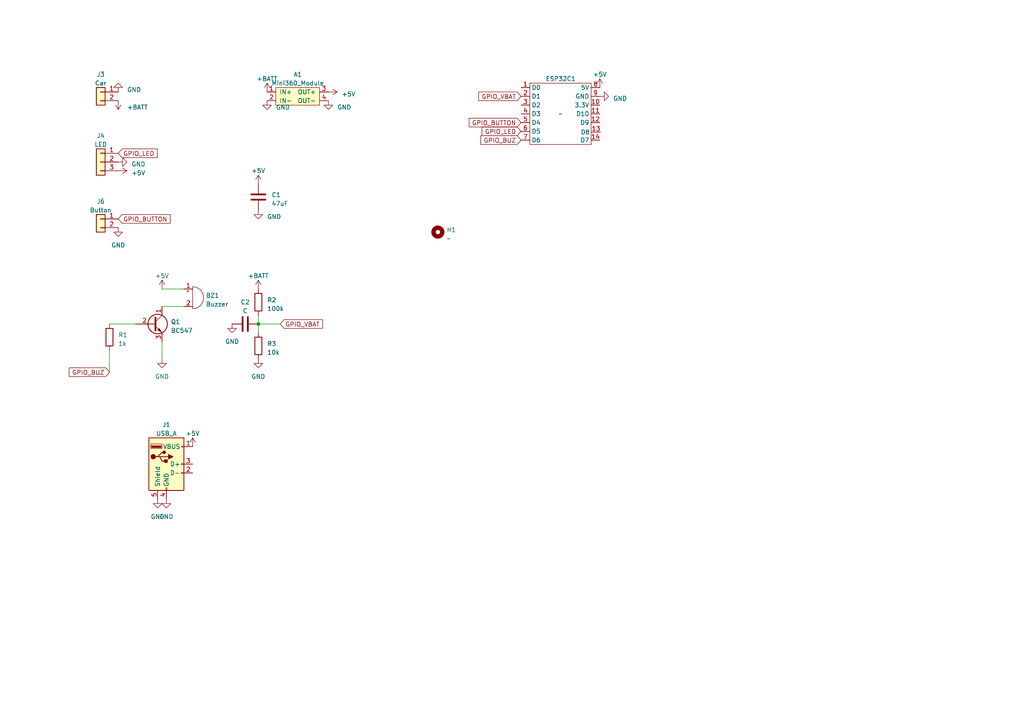
<source format=kicad_sch>
(kicad_sch (version 20230121) (generator eeschema)
  (paper "A4")
  (lib_symbols
    (symbol "Charleslabs_Parts:Mini360_Module" (pin_names (offset 1.016))
      (property "Reference" "A" (at -6.35 3.81 0))
      (property "Value" "Mini360_Module" (at 5.08 3.81 0))
      (symbol "Mini360_Module_0_1"
        (rectangle (start -6.35 2.54) (end 6.35 -2.54) (fill (type background)))
      )
      (symbol "Mini360_Module_1_1"
        (pin power_in line (at -8.89 1.27 0) (length 2.54) (name "IN+") (number "1"))
        (pin power_in line (at -8.89 -1.27 0) (length 2.54) (name "IN-") (number "2"))
        (pin power_out line (at 8.89 1.27 180) (length 2.54) (name "OUT+") (number "3"))
        (pin power_in line (at 8.89 -1.27 180) (length 2.54) (name "OUT-") (number "4"))
      )
    )
    (symbol "Connector:USB_A" (pin_names (offset 1.016))
      (property "Reference" "J" (at -5.08 11.43 0))
      (property "Value" "USB_A" (at -5.08 8.89 0))
      (symbol "USB_A_0_1"
        (rectangle (start -5.08 -7.62) (end 5.08 7.62) (stroke (width 0.254)) (fill (type background)))
        (circle (center -3.81 2.159) (radius 0.635) (stroke (width 0.254)) (fill (type outline)))
        (rectangle (start -1.524 4.826) (end -4.318 5.334) (fill (type outline)))
        (rectangle (start -1.27 4.572) (end -4.572 5.842))
        (circle (center -0.635 3.429) (radius 0.381) (stroke (width 0.254)) (fill (type outline)))
        (rectangle (start -0.127 -7.62) (end 0.127 -6.858))
        (polyline (pts (xy -3.175 2.159) (xy -2.54 2.159) (xy -1.27 3.429) (xy -0.635 3.429)) (stroke (width 0.254)))
        (polyline (pts (xy -2.54 2.159) (xy -1.905 2.159) (xy -1.27 0.889) (xy 0 0.889)) (stroke (width 0.254)))
        (polyline (pts (xy 0.635 2.794) (xy 0.635 1.524) (xy 1.905 2.159) (xy 0.635 2.794)) (stroke (width 0.254)) (fill (type outline)))
        (rectangle (start 0.254 1.27) (end -0.508 0.508) (stroke (width 0.254)) (fill (type outline)))
        (rectangle (start 5.08 -2.667) (end 4.318 -2.413))
        (rectangle (start 5.08 -0.127) (end 4.318 0.127))
        (rectangle (start 5.08 4.953) (end 4.318 5.207))
      )
      (symbol "USB_A_1_1"
        (polyline (pts (xy -1.905 2.159) (xy 0.635 2.159)) (stroke (width 0.254)))
        (pin power_in line (at 7.62 5.08 180) (length 2.54) (name "VBUS") (number "1"))
        (pin bidirectional line (at 7.62 -2.54 180) (length 2.54) (name "D-") (number "2"))
        (pin bidirectional line (at 7.62 0 180) (length 2.54) (name "D+") (number "3"))
        (pin power_in line (at 0 -10.16 90) (length 2.54) (name "GND") (number "4"))
        (pin passive line (at -2.54 -10.16 90) (length 2.54) (name "Shield") (number "5"))
      )
    )
    (symbol "Connector_Generic:Conn_01x02" (pin_names (offset 1.016) hide)
      (property "Reference" "J" (at 0 2.54 0))
      (property "Value" "Conn_01x02" (at 0 -5.08 0))
      (symbol "Conn_01x02_1_1"
        (rectangle (start -1.27 -2.413) (end 0 -2.667) (stroke (width 0.1524)))
        (rectangle (start -1.27 0.127) (end 0 -0.127) (stroke (width 0.1524)))
        (rectangle (start -1.27 1.27) (end 1.27 -3.81) (stroke (width 0.254)) (fill (type background)))
        (pin passive line (at -5.08 0 0) (length 3.81) (name "Pin_1") (number "1"))
        (pin passive line (at -5.08 -2.54 0) (length 3.81) (name "Pin_2") (number "2"))
      )
    )
    (symbol "Connector_Generic:Conn_01x03" (pin_names (offset 1.016) hide)
      (property "Reference" "J" (at 0 5.08 0))
      (property "Value" "Conn_01x03" (at 0 -5.08 0))
      (symbol "Conn_01x03_1_1"
        (rectangle (start -1.27 -2.413) (end 0 -2.667) (stroke (width 0.1524)))
        (rectangle (start -1.27 0.127) (end 0 -0.127) (stroke (width 0.1524)))
        (rectangle (start -1.27 2.667) (end 0 2.413) (stroke (width 0.1524)))
        (rectangle (start -1.27 3.81) (end 1.27 -3.81) (stroke (width 0.254)) (fill (type background)))
        (pin passive line (at -5.08 2.54 0) (length 3.81) (name "Pin_1") (number "1"))
        (pin passive line (at -5.08 0 0) (length 3.81) (name "Pin_2") (number "2"))
        (pin passive line (at -5.08 -2.54 0) (length 3.81) (name "Pin_3") (number "3"))
      )
    )
    (symbol "Device:Buzzer" (pin_names (offset 0.0254) hide)
      (property "Reference" "BZ" (at 3.81 1.27 0))
      (property "Value" "Buzzer" (at 3.81 -1.27 0))
      (symbol "Buzzer_0_1"
        (arc (start 0 -3.175) (mid 3.1612 0) (end 0 3.175))
        (polyline (pts (xy -1.651 1.905) (xy -1.143 1.905)))
        (polyline (pts (xy -1.397 2.159) (xy -1.397 1.651)))
        (polyline (pts (xy 0 3.175) (xy 0 -3.175)))
      )
      (symbol "Buzzer_1_1"
        (pin passive line (at -2.54 2.54 0) (length 2.54) (name "-") (number "1"))
        (pin passive line (at -2.54 -2.54 0) (length 2.54) (name "+") (number "2"))
      )
    )
    (symbol "Device:C" (pin_numbers hide) (pin_names (offset 0.254))
      (property "Reference" "C" (at 0.635 2.54 0))
      (property "Value" "C" (at 0.635 -2.54 0))
      (symbol "C_0_1"
        (polyline (pts (xy -2.032 -0.762) (xy 2.032 -0.762)) (stroke (width 0.508)))
        (polyline (pts (xy -2.032 0.762) (xy 2.032 0.762)) (stroke (width 0.508)))
      )
      (symbol "C_1_1"
        (pin passive line (at 0 3.81 270) (length 2.794) (name "~") (number "1"))
        (pin passive line (at 0 -3.81 90) (length 2.794) (name "~") (number "2"))
      )
    )
    (symbol "Device:R" (pin_numbers hide) (pin_names (offset 0))
      (property "Reference" "R" (at 2.032 0 90))
      (property "Value" "R" (at 0 0 90))
      (symbol "R_0_1"
        (rectangle (start -1.016 -2.54) (end 1.016 2.54) (stroke (width 0.254)))
      )
      (symbol "R_1_1"
        (pin passive line (at 0 3.81 270) (length 1.27) (name "~") (number "1"))
        (pin passive line (at 0 -3.81 90) (length 1.27) (name "~") (number "2"))
      )
    )
    (symbol "Mechanical:MountingHole" (pin_names (offset 1.016))
      (property "Reference" "H" (at 0 5.08 0))
      (property "Value" "MountingHole" (at 0 3.175 0))
      (symbol "MountingHole_0_1"
        (circle (center 0 0) (radius 1.27) (stroke (width 1.27)))
      )
    )
    (symbol "Transistor_BJT:BC547" (pin_names (offset 0) hide)
      (property "Reference" "Q" (at 5.08 1.905 0))
      (property "Value" "BC547" (at 5.08 0 0))
      (symbol "BC547_0_1"
        (polyline (pts (xy 0 0) (xy 0.635 0)))
        (polyline (pts (xy 0.635 0.635) (xy 2.54 2.54)))
        (polyline (pts (xy 0.635 -0.635) (xy 2.54 -2.54) (xy 2.54 -2.54)))
        (polyline (pts (xy 0.635 1.905) (xy 0.635 -1.905) (xy 0.635 -1.905)) (stroke (width 0.508)))
        (polyline (pts (xy 1.27 -1.778) (xy 1.778 -1.27) (xy 2.286 -2.286) (xy 1.27 -1.778) (xy 1.27 -1.778)) (fill (type outline)))
        (circle (center 1.27 0) (radius 2.8194) (stroke (width 0.254)))
      )
      (symbol "BC547_1_1"
        (pin passive line (at 2.54 5.08 270) (length 2.54) (name "C") (number "1"))
        (pin input line (at -5.08 0 0) (length 5.08) (name "B") (number "2"))
        (pin passive line (at 2.54 -5.08 90) (length 2.54) (name "E") (number "3"))
      )
    )
    (symbol "custom_library:XIAO_ESP32C3"
      (property "Reference" "ESP32C3" (at 0 0 0))
      (symbol "XIAO_ESP32C3_0_1"
        (rectangle (start -8.89 8.89) (end 8.89 -8.89))
      )
      (symbol "XIAO_ESP32C3_1_1"
        (pin bidirectional line (at -11.43 7.62 0) (length 2.54) (name "D0") (number "1"))
        (pin power_in line (at 11.43 2.54 180) (length 2.54) (name "3.3V") (number "10"))
        (pin bidirectional line (at 11.43 0 180) (length 2.54) (name "D10") (number "11"))
        (pin bidirectional line (at 11.43 -2.54 180) (length 2.54) (name "D9") (number "12"))
        (pin bidirectional line (at 11.5932 -5.2997 180) (length 2.54) (name "D8") (number "13"))
        (pin bidirectional line (at 11.43 -7.62 180) (length 2.54) (name "D7") (number "14"))
        (pin bidirectional line (at -11.43 5.08 0) (length 2.54) (name "D1") (number "2"))
        (pin bidirectional line (at -11.43 2.54 0) (length 2.54) (name "D2") (number "3"))
        (pin bidirectional line (at -11.43 0 0) (length 2.54) (name "D3") (number "4"))
        (pin bidirectional line (at -11.43 -2.54 0) (length 2.54) (name "D4") (number "5"))
        (pin bidirectional line (at -11.43 -5.08 0) (length 2.54) (name "D5") (number "6"))
        (pin bidirectional line (at -11.43 -7.62 0) (length 2.54) (name "D6") (number "7"))
        (pin power_in line (at 11.43 7.62 180) (length 2.54) (name "5V") (number "8"))
        (pin power_in line (at 11.43 5.08 180) (length 2.54) (name "GND") (number "9"))
      )
    )
    (symbol "power:+5V" (power) (pin_names (offset 0))
      (property "Value" "+5V" (at 0 3.556 0))
      (symbol "+5V_0_1"
        (polyline (pts (xy -0.762 1.27) (xy 0 2.54)))
        (polyline (pts (xy 0 0) (xy 0 2.54)))
        (polyline (pts (xy 0 2.54) (xy 0.762 1.27)))
      )
      (symbol "+5V_1_1"
        (pin power_in line (at 0 0 90) (length 0) hide (name "+5V") (number "1"))
      )
    )
    (symbol "power:+BATT" (power) (pin_names (offset 0))
      (property "Value" "+BATT" (at 0 3.556 0))
      (symbol "+BATT_0_1"
        (polyline (pts (xy -0.762 1.27) (xy 0 2.54)))
        (polyline (pts (xy 0 0) (xy 0 2.54)))
        (polyline (pts (xy 0 2.54) (xy 0.762 1.27)))
      )
      (symbol "+BATT_1_1"
        (pin power_in line (at 0 0 90) (length 0) hide (name "+BATT") (number "1"))
      )
    )
    (symbol "power:GND" (power) (pin_names (offset 0))
      (property "Value" "GND" (at 0 -3.81 0))
      (symbol "GND_0_1"
        (polyline (pts (xy 0 0) (xy 0 -1.27) (xy 1.27 -1.27) (xy 0 -2.54) (xy -1.27 -1.27) (xy 0 -1.27)))
      )
      (symbol "GND_1_1"
        (pin power_in line (at 0 0 270) (length 0) hide (name "GND") (number "1"))
      )
    )
  )
  (junction (at 74.93 93.98))
  (wire (pts (xy 46.99 88.9) (xy 53.34 88.9)))
  (wire (pts (xy 31.75 101.6) (xy 31.75 107.95)))
  (wire (pts (xy 74.93 91.44) (xy 74.93 93.98)))
  (wire (pts (xy 46.99 99.06) (xy 46.99 104.14)))
  (wire (pts (xy 46.99 83.82) (xy 53.34 83.82)))
  (wire (pts (xy 31.75 93.98) (xy 39.37 93.98)))
  (wire (pts (xy 74.93 93.98) (xy 81.28 93.98)))
  (wire (pts (xy 74.93 93.98) (xy 74.93 96.52)))
  (global_label "GPIO_VBAT" (shape input) (at 151.13 27.94 180) (property "Intersheetrefs" "${INTERSHEET_REFS}" (effects hide)))
  (global_label "GPIO_BUTTON" (shape input) (at 151.13 35.56 180) (property "Intersheetrefs" "${INTERSHEET_REFS}" (effects hide)))
  (global_label "GPIO_VBAT" (shape input) (at 81.28 93.98 0) (property "Intersheetrefs" "${INTERSHEET_REFS}" (effects hide)))
  (global_label "GPIO_BUZ" (shape input) (at 151.13 40.64 180) (property "Intersheetrefs" "${INTERSHEET_REFS}" (effects hide)))
  (global_label "GPIO_BUTTON" (shape input) (at 34.29 63.5 0) (property "Intersheetrefs" "${INTERSHEET_REFS}" (effects hide)))
  (global_label "GPIO_LED" (shape input) (at 34.29 44.45 0) (property "Intersheetrefs" "${INTERSHEET_REFS}" (effects hide)))
  (global_label "GPIO_BUZ" (shape input) (at 31.75 107.95 180) (property "Intersheetrefs" "${INTERSHEET_REFS}" (effects hide)))
  (global_label "GPIO_LED" (shape input) (at 151.13 38.1 180) (property "Intersheetrefs" "${INTERSHEET_REFS}" (effects hide)))
  (symbol (lib_id "Device:Buzzer") (at 55.88 86.36 0) (unit 1)
    (property "Reference" "BZ1" (at 59.69 85.725 0) (effects (justify left)))
    (property "Value" "Buzzer" (at 59.69 88.265 0) (effects (justify left)))
    (property "Footprint" "Buzzer_Beeper:Buzzer_12x9.5RM7.6" (effects hide))
  )
  (symbol (lib_id "power:+5V") (at 46.99 83.82 0) (unit 1)
    (property "Reference" "#PWR01" (effects hide))
    (property "Value" "+5V" (at 46.99 80.01 0))
  )
  (symbol (lib_id "power:+BATT") (at 74.93 83.82 0) (unit 1)
    (property "Reference" "#PWR03" (effects hide))
    (property "Value" "+BATT" (at 74.93 80.01 0))
  )
  (symbol (lib_id "power:GND") (at 95.25 29.21 0) (unit 1)
    (property "Reference" "#PWR06" (effects hide))
    (property "Value" "GND" (at 97.79 31.115 0) (effects (justify left)))
  )
  (symbol (lib_id "Device:C") (at 71.12 93.98 90) (unit 1)
    (property "Reference" "C2" (at 71.12 87.63 90))
    (property "Value" "C" (at 71.12 90.17 90))
    (property "Footprint" "Capacitor_THT:C_Disc_D3.0mm_W2.0mm_P2.50mm" (effects hide))
  )
  (symbol (lib_id "Transistor_BJT:BC547") (at 44.45 93.98 0) (unit 1)
    (property "Reference" "Q1" (at 49.53 93.345 0) (effects (justify left)))
    (property "Value" "BC547" (at 49.53 95.885 0) (effects (justify left)))
    (property "Footprint" "Package_TO_SOT_THT:TO-92_Wide" (effects hide))
    (property "Datasheet" "https://www.onsemi.com/pub/Collateral/BC550-D.pdf" (effects hide))
  )
  (symbol (lib_id "power:+5V") (at 34.29 49.53 270) (unit 1)
    (property "Reference" "#PWR017" (effects hide))
    (property "Value" "+5V" (at 38.1 50.165 90) (effects (justify left)))
  )
  (symbol (lib_id "power:+5V") (at 95.25 26.67 270) (unit 1)
    (property "Reference" "#PWR08" (effects hide))
    (property "Value" "+5V" (at 99.06 27.305 90) (effects (justify left)))
  )
  (symbol (lib_id "power:GND") (at 173.99 27.94 90) (unit 1)
    (property "Reference" "#PWR020" (effects hide))
    (property "Value" "GND" (at 177.8 28.575 90) (effects (justify right)))
  )
  (symbol (lib_id "Connector_Generic:Conn_01x02") (at 29.21 26.67 0) (mirror y) (unit 1)
    (property "Reference" "J3" (at 29.21 21.59 0))
    (property "Value" "Car" (at 29.21 24.13 0))
    (property "Footprint" "Connector_PinHeader_2.54mm:PinHeader_1x02_P2.54mm_Vertical" (effects hide))
  )
  (symbol (lib_id "power:GND") (at 34.29 66.04 0) (unit 1)
    (property "Reference" "#PWR018" (effects hide))
    (property "Value" "GND" (at 34.29 71.12 0))
  )
  (symbol (lib_id "power:GND") (at 46.99 104.14 0) (unit 1)
    (property "Reference" "#PWR02" (effects hide))
    (property "Value" "GND" (at 46.99 109.22 0))
  )
  (symbol (lib_id "power:+5V") (at 74.93 53.34 0) (unit 1)
    (property "Reference" "#PWR012" (effects hide))
    (property "Value" "+5V" (at 74.93 49.53 0))
  )
  (symbol (lib_id "Connector_Generic:Conn_01x03") (at 29.21 46.99 0) (mirror y) (unit 1)
    (property "Reference" "J4" (at 29.21 39.37 0))
    (property "Value" "LED" (at 29.21 41.91 0))
    (property "Footprint" "Connector_PinHeader_2.54mm:PinHeader_1x03_P2.54mm_Vertical" (effects hide))
  )
  (symbol (lib_id "power:GND") (at 34.29 26.67 180) (unit 1)
    (property "Reference" "#PWR016" (effects hide))
    (property "Value" "GND" (at 36.83 26.035 0) (effects (justify right)))
  )
  (symbol (lib_id "Connector:USB_A") (at 48.26 134.62 0) (unit 1)
    (property "Reference" "J1" (at 48.26 123.19 0))
    (property "Value" "USB_A" (at 48.26 125.73 0))
    (property "Footprint" "Connector_USB:USB_A_Molex_67643_Horizontal" (effects hide))
    (property "Datasheet" " ~" (effects hide))
  )
  (symbol (lib_id "power:GND") (at 48.26 144.78 0) (unit 1)
    (property "Reference" "#PWR010" (effects hide))
    (property "Value" "GND" (at 48.26 149.86 0))
  )
  (symbol (lib_id "Mechanical:MountingHole") (at 127 67.31 0) (unit 1)
    (property "Reference" "H1" (at 129.54 66.675 0) (effects (justify left)))
    (property "Value" "~" (at 129.54 69.215 0) (effects (justify left)))
    (property "Footprint" "MountingHole:MountingHole_3.2mm_M3" (effects hide))
  )
  (symbol (lib_id "power:GND") (at 74.93 104.14 0) (unit 1)
    (property "Reference" "#PWR04" (effects hide))
    (property "Value" "GND" (at 74.93 109.22 0))
  )
  (symbol (lib_id "Device:R") (at 74.93 100.33 0) (unit 1)
    (property "Reference" "R3" (at 77.47 99.695 0) (effects (justify left)))
    (property "Value" "10k" (at 77.47 102.235 0) (effects (justify left)))
    (property "Footprint" "Resistor_THT:R_Axial_DIN0207_L6.3mm_D2.5mm_P7.62mm_Horizontal" (effects hide))
  )
  (symbol (lib_id "custom_library:XIAO_ESP32C3") (at 162.56 33.02 0) (unit 1)
    (property "Reference" "ESP32C1" (at 162.6416 22.86 0))
    (property "Value" "~" (at 162.56 33.02 0))
    (property "Footprint" "custom_library:XIAO_ESP32C3_1" (effects hide))
  )
  (symbol (lib_id "power:GND") (at 67.31 93.98 0) (unit 1)
    (property "Reference" "#PWR014" (effects hide))
    (property "Value" "GND" (at 67.31 99.06 0))
  )
  (symbol (lib_id "Device:R") (at 74.93 87.63 0) (unit 1)
    (property "Reference" "R2" (at 77.47 86.995 0) (effects (justify left)))
    (property "Value" "100k" (at 77.47 89.535 0) (effects (justify left)))
    (property "Footprint" "Resistor_THT:R_Axial_DIN0207_L6.3mm_D2.5mm_P7.62mm_Horizontal" (effects hide))
  )
  (symbol (lib_id "power:GND") (at 45.72 144.78 0) (unit 1)
    (property "Reference" "#PWR011" (effects hide))
    (property "Value" "GND" (at 45.72 149.86 0))
  )
  (symbol (lib_id "power:+5V") (at 55.88 129.54 0) (unit 1)
    (property "Reference" "#PWR09" (effects hide))
    (property "Value" "+5V" (at 55.88 125.73 0))
  )
  (symbol (lib_id "power:+5V") (at 173.99 25.4 0) (unit 1)
    (property "Reference" "#PWR019" (effects hide))
    (property "Value" "+5V" (at 173.99 21.59 0))
  )
  (symbol (lib_id "Device:R") (at 31.75 97.79 0) (unit 1)
    (property "Reference" "R1" (at 34.29 97.155 0) (effects (justify left)))
    (property "Value" "1k" (at 34.29 99.695 0) (effects (justify left)))
    (property "Footprint" "Resistor_THT:R_Axial_DIN0204_L3.6mm_D1.6mm_P2.54mm_Vertical" (effects hide))
  )
  (symbol (lib_id "power:GND") (at 34.29 46.99 90) (unit 1)
    (property "Reference" "#PWR021" (effects hide))
    (property "Value" "GND" (at 38.1 47.625 90) (effects (justify right)))
  )
  (symbol (lib_id "Device:C") (at 74.93 57.15 0) (unit 1)
    (property "Reference" "C1" (at 78.74 56.515 0) (effects (justify left)))
    (property "Value" "47uF" (at 78.74 59.055 0) (effects (justify left)))
    (property "Footprint" "Capacitor_THT:CP_Radial_D5.0mm_P2.50mm" (effects hide))
  )
  (symbol (lib_id "power:GND") (at 77.47 29.21 0) (unit 1)
    (property "Reference" "#PWR05" (effects hide))
    (property "Value" "GND" (at 80.01 31.115 0) (effects (justify left)))
  )
  (symbol (lib_id "Charleslabs_Parts:Mini360_Module") (at 86.36 27.94 0) (unit 1)
    (property "Reference" "A1" (at 86.36 21.59 0))
    (property "Value" "Mini360_Module" (at 86.36 24.13 0))
    (property "Footprint" "Charleslabs_Parts:Mini360_Module" (effects hide))
  )
  (symbol (lib_id "power:GND") (at 74.93 60.96 0) (unit 1)
    (property "Reference" "#PWR013" (effects hide))
    (property "Value" "GND" (at 77.47 62.865 0) (effects (justify left)))
  )
  (symbol (lib_id "power:+BATT") (at 34.29 29.21 180) (unit 1)
    (property "Reference" "#PWR015" (effects hide))
    (property "Value" "+BATT" (at 36.83 31.115 0) (effects (justify right)))
  )
  (symbol (lib_id "Connector_Generic:Conn_01x02") (at 29.21 63.5 0) (mirror y) (unit 1)
    (property "Reference" "J6" (at 29.21 58.42 0))
    (property "Value" "Button" (at 29.21 60.96 0))
    (property "Footprint" "Connector_PinHeader_2.54mm:PinHeader_1x02_P2.54mm_Vertical" (effects hide))
  )
  (symbol (lib_id "power:+BATT") (at 77.47 26.67 0) (unit 1)
    (property "Reference" "#PWR07" (effects hide))
    (property "Value" "+BATT" (at 77.47 22.86 0))
  )
)
</source>
